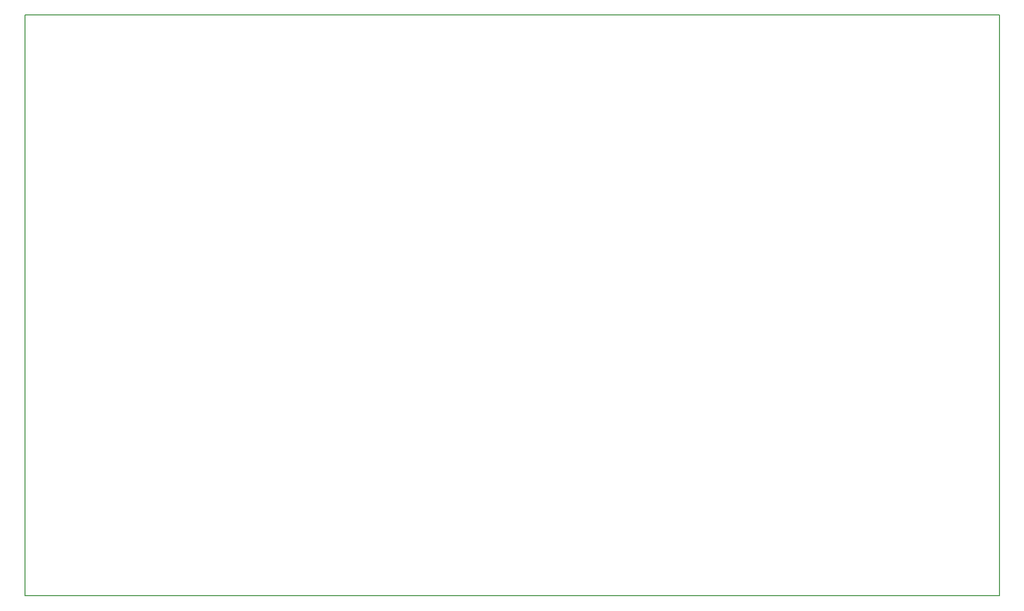
<source format=gm1>
G04 MADE WITH FRITZING*
G04 WWW.FRITZING.ORG*
G04 DOUBLE SIDED*
G04 HOLES PLATED*
G04 CONTOUR ON CENTER OF CONTOUR VECTOR*
%ASAXBY*%
%FSLAX23Y23*%
%MOIN*%
%OFA0B0*%
%SFA1.0B1.0*%
%ADD10R,6.763790X4.039180*%
%ADD11C,0.008000*%
%ADD10C,0.008*%
%LNCONTOUR*%
G90*
G70*
G54D10*
G54D11*
X4Y4035D02*
X6760Y4035D01*
X6760Y4D01*
X4Y4D01*
X4Y4035D01*
D02*
G04 End of contour*
M02*
</source>
